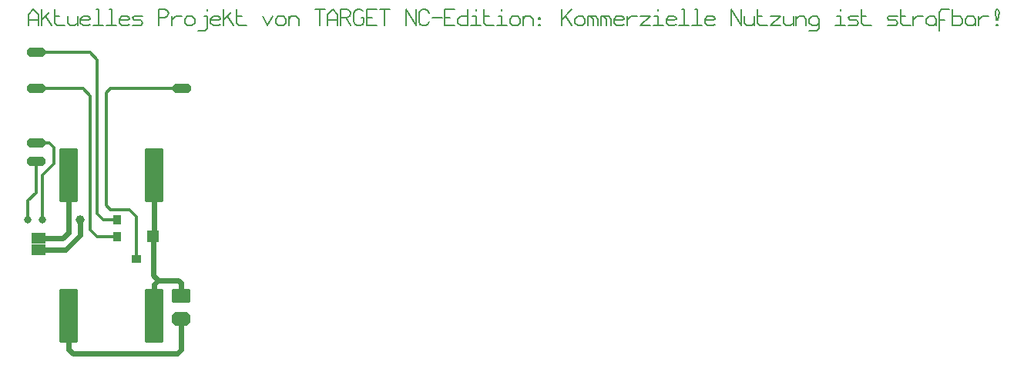
<source format=gbl>
%FSLAX35Y35*%
%MOIN*%
%TF.FileFunction,Copper,L2,Bot*%
%ADD10C,0.00591*%
%ADD11C,0.00214*%
%ADD12C,0.00384*%
%ADD13C,0.00409*%
%ADD14C,0.00512*%
%ADD15C,0.00650*%
%ADD16C,0.00768*%
%ADD17C,0.01181*%
%ADD18C,0.01575*%
%ADD19C,0.01969*%
%ADD20C,0.02362*%
%ADD21C,0.03150*%
%ADD22C,0.03937*%
%AMR_23*21,1,0.03200,0.03800,0,0,90.000*%
%ADD23R_23*%
%AMR_24*21,1,0.03200,0.03800,0,0,180.000*%
%ADD24R_24*%
%AMR_25*21,1,0.04409,0.06299,0,0,90.000*%
%ADD25R_25*%
%AMR_26*21,1,0.05000,0.05000,0,0,180.000*%
%ADD26R_26*%
%AMR_27*21,1,0.07874,0.09449,0,0,90.000*%
%ADD27R_27*%
%AMR_28*21,1,0.19685,0.19685,0,0,0.000*%
%ADD28R_28*%
%AMOCT_29*4,1,8,0.031496,0.023622,0.015748,0.039370,-0.015748,0.039370,-0.031496,0.023622,-0.031496,-0.023622,-0.015748,-0.039370,0.015748,-0.039370,0.031496,-0.023622,0.031496,0.023622,270.000*%
%ADD29OCT_29*%
%AMOCT_30*4,1,8,0.039370,0.009843,0.029528,0.019685,-0.029528,0.019685,-0.039370,0.009843,-0.039370,-0.009843,-0.029528,-0.019685,0.029528,-0.019685,0.039370,-0.009843,0.039370,0.009843,0.000*%
%ADD30OCT_30*%
%AMOCT_31*4,1,8,0.039370,0.009843,0.029528,0.019685,-0.029528,0.019685,-0.039370,0.009843,-0.039370,-0.009843,-0.029528,-0.019685,0.029528,-0.019685,0.039370,-0.009843,0.039370,0.009843,90.000*%
%ADD31OCT_31*%
%ADD32O,0.02559X0.04173*%
%AMRR_33*21,1,0.02559,0.03661,0,0,180.000*21,1,0.02047,0.04173,0,0,180.000*1,1,0.00512,-0.01024,-0.01831*1,1,0.00512,0.01024,0.01831*1,1,0.00512,-0.01024,0.01831*1,1,0.00512,0.01024,-0.01831*%
%ADD33RR_33*%
%AMRR_34*21,1,0.06299,0.06929,0,0,180.000*21,1,0.05354,0.07874,0,0,180.000*1,1,0.00945,-0.02677,-0.03465*1,1,0.00945,0.02677,0.03465*1,1,0.00945,-0.02677,0.03465*1,1,0.00945,0.02677,-0.03465*%
%ADD34RR_34*%
%AMRR_35*21,1,0.06299,0.06614,0,0,270.000*21,1,0.05039,0.07874,0,0,270.000*1,1,0.01260,0.03307,-0.02520*1,1,0.01260,-0.03307,0.02520*1,1,0.01260,-0.03307,-0.02520*1,1,0.01260,0.03307,0.02520*%
%ADD35RR_35*%
%AMRR_36*21,1,0.23622,0.06457,0,0,90.000*21,1,0.22205,0.07874,0,0,90.000*1,1,0.01417,-0.03228,0.11102*1,1,0.01417,0.03228,-0.11102*1,1,0.01417,0.03228,0.11102*1,1,0.01417,-0.03228,-0.11102*%
%ADD36RR_36*%
G54D15*
X3937Y144749D02*
X3937Y149473D01*
X3937Y147111D02*
X8267Y147111D01*
X8267Y149473D02*
X8267Y144749D01*
X3937Y149473D02*
X6102Y151835D01*
X8267Y149473D01*
X9566Y151835D02*
X9566Y144749D01*
X9566Y147111D02*
X12814Y150654D01*
X11190Y148882D02*
X13897Y144749D01*
X15196Y151835D02*
X15196Y145930D01*
X16279Y144749D01*
X19527Y144749D01*
X15196Y148882D02*
X17362Y148882D01*
X20826Y148882D02*
X20826Y145930D01*
X21909Y144749D01*
X24074Y144749D01*
X25157Y145930D01*
X25157Y148882D02*
X25157Y144749D01*
X30787Y145339D02*
X29704Y144749D01*
X27539Y144749D01*
X26456Y145930D01*
X26456Y147701D01*
X27539Y148882D01*
X29704Y148882D01*
X30787Y148292D01*
X30787Y147701D01*
X29704Y147111D01*
X26456Y147111D01*
X32086Y144749D02*
X36417Y144749D01*
X33169Y151835D02*
X34251Y151835D01*
X34251Y144749D01*
X37716Y144749D02*
X42047Y144749D01*
X38799Y151835D02*
X39881Y151835D01*
X39881Y144749D01*
X47677Y145339D02*
X46594Y144749D01*
X44429Y144749D01*
X43346Y145930D01*
X43346Y147701D01*
X44429Y148882D01*
X46594Y148882D01*
X47677Y148292D01*
X47677Y147701D01*
X46594Y147111D01*
X43346Y147111D01*
X48976Y144749D02*
X52765Y144749D01*
X53307Y145930D01*
X52765Y147111D01*
X49517Y147111D01*
X48976Y148292D01*
X49517Y148882D01*
X53307Y148882D01*
X60236Y151835D02*
X60236Y144749D01*
X60236Y148292D02*
X62942Y148292D01*
X64025Y148882D01*
X64566Y150063D01*
X64025Y151245D01*
X62942Y151835D01*
X60236Y151835D01*
X65866Y148882D02*
X65866Y144749D01*
X65866Y147111D02*
X67490Y148882D01*
X70196Y148882D01*
X71496Y147701D02*
X71496Y145930D01*
X71496Y147701D02*
X72578Y148882D01*
X74744Y148882D01*
X75826Y147701D01*
X75826Y145930D01*
X74744Y144749D01*
X72578Y144749D01*
X71496Y145930D01*
X77125Y142386D02*
X80374Y142386D01*
X81456Y143567D01*
X81456Y148882D01*
X79832Y148882D01*
X81456Y151835D02*
X81456Y151245D01*
X87086Y145339D02*
X86003Y144749D01*
X83838Y144749D01*
X82755Y145930D01*
X82755Y147701D01*
X83838Y148882D01*
X86003Y148882D01*
X87086Y148292D01*
X87086Y147701D01*
X86003Y147111D01*
X82755Y147111D01*
X88385Y151835D02*
X88385Y144749D01*
X88385Y147111D02*
X91633Y150654D01*
X90009Y148882D02*
X92716Y144749D01*
X94015Y151835D02*
X94015Y145930D01*
X95098Y144749D01*
X98346Y144749D01*
X94015Y148882D02*
X96181Y148882D01*
X105275Y148882D02*
X107440Y144749D01*
X109606Y148882D01*
X110905Y147701D02*
X110905Y145930D01*
X110905Y147701D02*
X111988Y148882D01*
X114153Y148882D01*
X115236Y147701D01*
X115236Y145930D01*
X114153Y144749D01*
X111988Y144749D01*
X110905Y145930D01*
X116535Y144749D02*
X116535Y148882D01*
X116535Y147701D02*
X117618Y148882D01*
X119783Y148882D01*
X120866Y147701D01*
X120866Y144749D01*
X127795Y151835D02*
X132125Y151835D01*
X129960Y151835D02*
X129960Y144749D01*
X133425Y144749D02*
X133425Y149473D01*
X133425Y147111D02*
X137755Y147111D01*
X137755Y149473D02*
X137755Y144749D01*
X133425Y149473D02*
X135590Y151835D01*
X137755Y149473D01*
X139055Y151835D02*
X139055Y144749D01*
X139055Y148292D02*
X141761Y148292D01*
X142844Y148882D01*
X143385Y150063D01*
X142844Y151245D01*
X141761Y151835D01*
X139055Y151835D01*
X141220Y148292D02*
X143385Y144749D01*
X146309Y151835D02*
X145226Y151245D01*
X144685Y150063D01*
X144685Y146520D01*
X145226Y145339D01*
X146309Y144749D01*
X147391Y144749D01*
X148474Y145339D01*
X149015Y146520D01*
X149015Y148292D01*
X147933Y148292D01*
X146309Y151835D02*
X147391Y151835D01*
X148474Y151245D01*
X150314Y151835D02*
X150314Y144749D01*
X154645Y144749D01*
X150314Y148292D02*
X152480Y148292D01*
X150314Y151835D02*
X154645Y151835D01*
X155944Y151835D02*
X160275Y151835D01*
X158110Y151835D02*
X158110Y144749D01*
X167204Y144749D02*
X167204Y151835D01*
X171535Y144749D01*
X171535Y151835D01*
X175541Y144749D02*
X176624Y145339D01*
X177165Y146520D01*
X175541Y144749D02*
X174458Y144749D01*
X173375Y145339D01*
X172834Y146520D01*
X172834Y150063D01*
X173375Y151245D01*
X174458Y151835D01*
X175541Y151835D01*
X176624Y151245D01*
X177165Y150063D01*
X178464Y148292D02*
X182795Y148292D01*
X184094Y151835D02*
X184094Y144749D01*
X188425Y144749D01*
X184094Y148292D02*
X186259Y148292D01*
X184094Y151835D02*
X188425Y151835D01*
X194055Y151835D02*
X194055Y144749D01*
X190807Y144749D01*
X189724Y145930D01*
X189724Y147701D01*
X190807Y148882D01*
X194055Y148882D01*
X195354Y144749D02*
X199685Y144749D01*
X197519Y144749D02*
X197519Y148882D01*
X197519Y151835D02*
X197519Y151245D01*
X195895Y148882D02*
X197519Y148882D01*
X200984Y151835D02*
X200984Y145930D01*
X202066Y144749D01*
X205314Y144749D01*
X200984Y148882D02*
X203149Y148882D01*
X206614Y144749D02*
X210944Y144749D01*
X208779Y144749D02*
X208779Y148882D01*
X208779Y151835D02*
X208779Y151245D01*
X207155Y148882D02*
X208779Y148882D01*
X212244Y147701D02*
X212244Y145930D01*
X212244Y147701D02*
X213326Y148882D01*
X215492Y148882D01*
X216574Y147701D01*
X216574Y145930D01*
X215492Y144749D01*
X213326Y144749D01*
X212244Y145930D01*
X217874Y144749D02*
X217874Y148882D01*
X217874Y147701D02*
X218956Y148882D01*
X221122Y148882D01*
X222204Y147701D01*
X222204Y144749D01*
X224586Y145339D02*
X224586Y144749D01*
X225127Y144749D01*
X225127Y145339D01*
X224586Y145339D01*
X225127Y148292D02*
X224586Y148292D01*
X224586Y147701D01*
X225127Y147701D01*
X225127Y148292D01*
X234763Y151835D02*
X234763Y144749D01*
X234763Y147111D02*
X239094Y151835D01*
X236387Y148882D02*
X239094Y144749D01*
X240393Y147701D02*
X240393Y145930D01*
X240393Y147701D02*
X241476Y148882D01*
X243641Y148882D01*
X244724Y147701D01*
X244724Y145930D01*
X243641Y144749D01*
X241476Y144749D01*
X240393Y145930D01*
X250354Y144749D02*
X250354Y147701D01*
X249271Y148882D01*
X248188Y144749D02*
X248188Y147701D01*
X246023Y148882D02*
X249271Y148882D01*
X246023Y144749D02*
X246023Y148882D01*
X248188Y147701D02*
X247106Y148882D01*
X255984Y144749D02*
X255984Y147701D01*
X254901Y148882D01*
X253818Y144749D02*
X253818Y147701D01*
X251653Y148882D02*
X254901Y148882D01*
X251653Y144749D02*
X251653Y148882D01*
X253818Y147701D02*
X252736Y148882D01*
X261614Y145339D02*
X260531Y144749D01*
X258366Y144749D01*
X257283Y145930D01*
X257283Y147701D01*
X258366Y148882D01*
X260531Y148882D01*
X261614Y148292D01*
X261614Y147701D01*
X260531Y147111D01*
X257283Y147111D01*
X262913Y148882D02*
X262913Y144749D01*
X262913Y147111D02*
X264537Y148882D01*
X267244Y148882D01*
X268543Y148882D02*
X272874Y148882D01*
X268543Y144749D01*
X272874Y144749D01*
X274173Y144749D02*
X278503Y144749D01*
X276338Y144749D02*
X276338Y148882D01*
X276338Y151835D02*
X276338Y151245D01*
X274714Y148882D02*
X276338Y148882D01*
X284133Y145339D02*
X283051Y144749D01*
X280885Y144749D01*
X279803Y145930D01*
X279803Y147701D01*
X280885Y148882D01*
X283051Y148882D01*
X284133Y148292D01*
X284133Y147701D01*
X283051Y147111D01*
X279803Y147111D01*
X285433Y144749D02*
X289763Y144749D01*
X286515Y151835D02*
X287598Y151835D01*
X287598Y144749D01*
X291062Y144749D02*
X295393Y144749D01*
X292145Y151835D02*
X293228Y151835D01*
X293228Y144749D01*
X301023Y145339D02*
X299940Y144749D01*
X297775Y144749D01*
X296692Y145930D01*
X296692Y147701D01*
X297775Y148882D01*
X299940Y148882D01*
X301023Y148292D01*
X301023Y147701D01*
X299940Y147111D01*
X296692Y147111D01*
X307952Y144749D02*
X307952Y151835D01*
X312283Y144749D01*
X312283Y151835D01*
X313582Y148882D02*
X313582Y145930D01*
X314665Y144749D01*
X316830Y144749D01*
X317913Y145930D01*
X317913Y148882D02*
X317913Y144749D01*
X319212Y151835D02*
X319212Y145930D01*
X320295Y144749D01*
X323543Y144749D01*
X319212Y148882D02*
X321377Y148882D01*
X324842Y148882D02*
X329173Y148882D01*
X324842Y144749D01*
X329173Y144749D01*
X330472Y148882D02*
X330472Y145930D01*
X331555Y144749D01*
X333720Y144749D01*
X334803Y145930D01*
X334803Y148882D02*
X334803Y144749D01*
X336102Y144749D02*
X336102Y148882D01*
X336102Y147701D02*
X337185Y148882D01*
X339350Y148882D01*
X340433Y147701D01*
X340433Y144749D01*
X346062Y145930D02*
X344980Y144749D01*
X342814Y144749D01*
X341732Y145930D01*
X341732Y147701D01*
X342814Y148882D01*
X344980Y148882D01*
X346062Y147701D01*
X346062Y143567D01*
X344980Y142386D01*
X341732Y142386D01*
X352992Y144749D02*
X357322Y144749D01*
X355157Y144749D02*
X355157Y148882D01*
X355157Y151835D02*
X355157Y151245D01*
X353533Y148882D02*
X355157Y148882D01*
X358622Y144749D02*
X362411Y144749D01*
X362952Y145930D01*
X362411Y147111D01*
X359163Y147111D01*
X358622Y148292D01*
X359163Y148882D01*
X362952Y148882D01*
X364251Y151835D02*
X364251Y145930D01*
X365334Y144749D01*
X368582Y144749D01*
X364251Y148882D02*
X366417Y148882D01*
X375511Y144749D02*
X379301Y144749D01*
X379842Y145930D01*
X379301Y147111D01*
X376053Y147111D01*
X375511Y148292D01*
X376053Y148882D01*
X379842Y148882D01*
X381141Y151835D02*
X381141Y145930D01*
X382224Y144749D01*
X385472Y144749D01*
X381141Y148882D02*
X383307Y148882D01*
X386771Y148882D02*
X386771Y144749D01*
X386771Y147111D02*
X388395Y148882D01*
X391102Y148882D01*
X392401Y145930D02*
X393484Y144749D01*
X395649Y144749D01*
X396732Y145930D01*
X392401Y145930D02*
X392401Y147701D01*
X393484Y148882D01*
X395649Y148882D01*
X396732Y147701D01*
X396732Y144749D01*
X398031Y142386D02*
X398031Y150654D01*
X399114Y151835D01*
X402362Y151835D01*
X398031Y147111D02*
X400196Y147111D01*
X403661Y151835D02*
X403661Y144749D01*
X406909Y144749D01*
X407992Y145930D01*
X407992Y147701D01*
X406909Y148882D01*
X403661Y148882D01*
X409291Y145930D02*
X410374Y144749D01*
X412539Y144749D01*
X413622Y145930D01*
X409291Y145930D02*
X409291Y147701D01*
X410374Y148882D01*
X412539Y148882D01*
X413622Y147701D01*
X413622Y144749D01*
X414921Y148882D02*
X414921Y144749D01*
X414921Y147111D02*
X416545Y148882D01*
X419251Y148882D01*
X422716Y144749D02*
X422716Y145339D01*
X423257Y145339D01*
X423257Y144749D01*
X422716Y144749D01*
X422716Y147111D02*
X423257Y147111D01*
X423799Y150654D01*
X423257Y151835D01*
X422716Y151835D01*
X422175Y150654D01*
X422716Y147111D01*
G54D17*
X7253Y133248D02*
X30501Y133248D01*
X33750Y130000D01*
X33750Y63125D01*
X36250Y60625D01*
X42175Y60625D01*
X42175Y53125D02*
X33750Y53125D01*
X30625Y56250D01*
X30625Y114375D01*
X27500Y117500D01*
X7253Y117500D01*
X50625Y43425D02*
X50625Y61875D01*
X47500Y65000D01*
X39375Y65000D02*
X47500Y65000D01*
X39375Y65000D02*
X37500Y66875D01*
X37500Y115625D01*
X39375Y117500D01*
X70246Y117500D01*
X10000Y60625D02*
X10000Y80000D01*
X15000Y91875D02*
X12997Y93877D01*
X7253Y93877D01*
X10000Y80000D02*
X15000Y85000D01*
X15000Y91875D01*
X3750Y60625D02*
X3750Y68750D01*
X7253Y72253D01*
X7253Y86003D01*
G54D20*
X57950Y53125D02*
X57950Y36425D01*
X60000Y34375D01*
X68750Y34375D01*
X70000Y33125D01*
X70000Y27500D01*
X60000Y34375D02*
X58257Y32632D01*
X58257Y18750D01*
X58257Y53125D02*
X58257Y79773D01*
X58257Y53125D02*
X57950Y53125D01*
X8125Y47500D02*
X20000Y47500D01*
X26250Y53750D01*
X26250Y60625D01*
X70000Y17500D02*
X70000Y4375D01*
X68125Y2500D01*
X23125Y2500D01*
X21250Y4375D01*
X21250Y18750D01*
X21250Y79773D02*
X21250Y55000D01*
X18750Y52500D01*
X8125Y52500D01*
G54D21*
X10000Y60625D03*
X3750Y60625D03*
G54D22*
X26250Y60625D03*
G54D23*
X50625Y43425D03*
G54D24*
X42175Y53125D03*
X42175Y60625D03*
G54D25*
X8125Y47500D03*
X8125Y52500D03*
G54D26*
X57950Y53125D03*
G54D29*
X70000Y17500D03*
G54D30*
X7253Y133248D03*
X7253Y117500D03*
X7253Y93877D03*
X7253Y86003D03*
X70246Y117500D03*
G54D35*
X70000Y27500D03*
G54D36*
X58257Y18750D03*
X21250Y18750D03*
X21250Y79773D03*
X58257Y79773D03*
M02*

</source>
